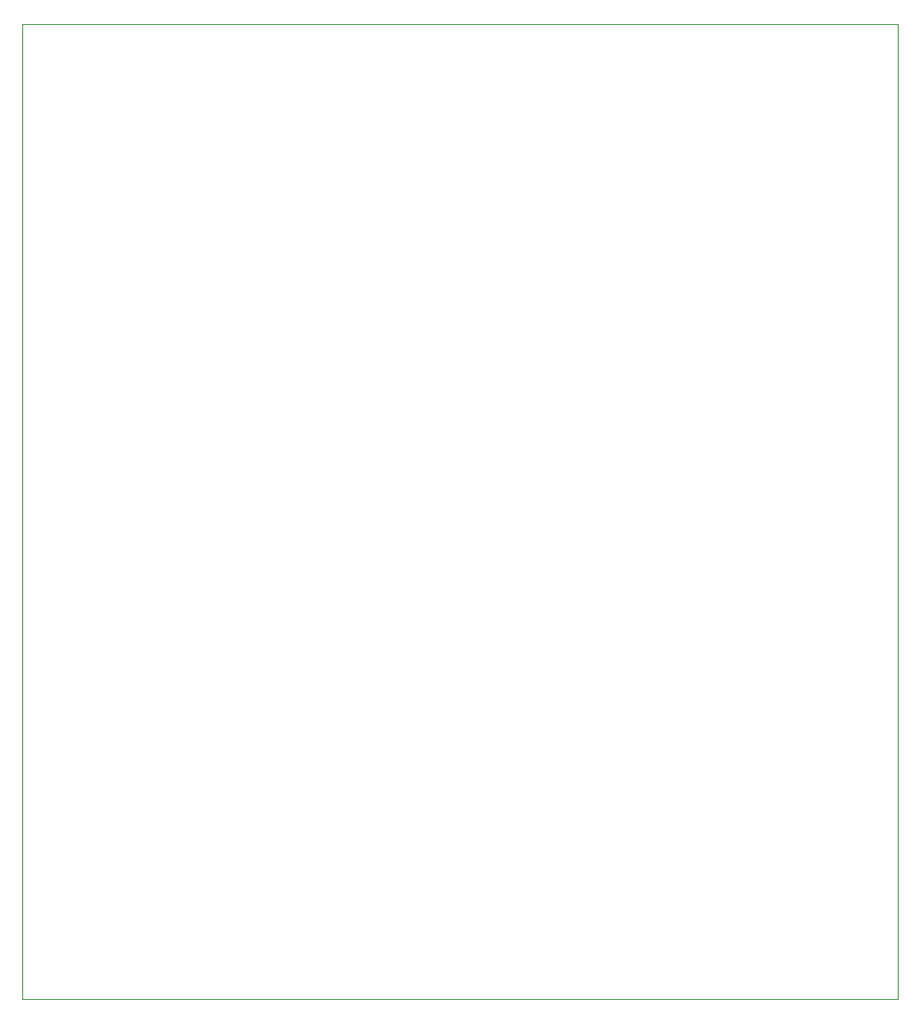
<source format=gbr>
G04 #@! TF.GenerationSoftware,KiCad,Pcbnew,(5.1.4)-1*
G04 #@! TF.CreationDate,2021-02-25T01:02:43-03:00*
G04 #@! TF.ProjectId,Flash,466c6173-682e-46b6-9963-61645f706362,rev?*
G04 #@! TF.SameCoordinates,Original*
G04 #@! TF.FileFunction,Profile,NP*
%FSLAX46Y46*%
G04 Gerber Fmt 4.6, Leading zero omitted, Abs format (unit mm)*
G04 Created by KiCad (PCBNEW (5.1.4)-1) date 2021-02-25 01:02:43*
%MOMM*%
%LPD*%
G04 APERTURE LIST*
%ADD10C,0.050000*%
G04 APERTURE END LIST*
D10*
X79044800Y-16510000D02*
X95808800Y-16510000D01*
X79044800Y-16510000D02*
X79044800Y-46837600D01*
X95808800Y-16510000D02*
X162356800Y-16510000D01*
X162356800Y-16510000D02*
X162356800Y-109220000D01*
X79019200Y-109220000D02*
X162356800Y-109220000D01*
X79044800Y-46837600D02*
X79019200Y-109220000D01*
M02*

</source>
